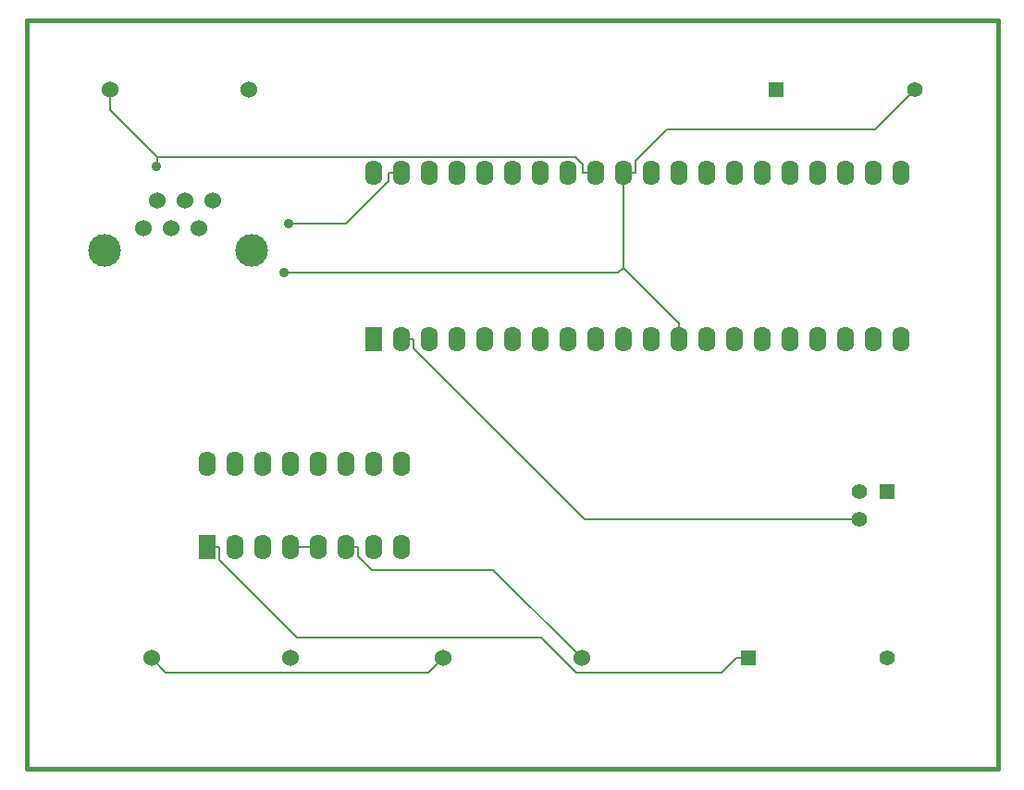
<source format=gtl>
G04 (created by PCBNEW-RS274X (20100228 RC5)-RC5) date 5/15/2012 2:27:03 PM*
G01*
G70*
G90*
%MOIN*%
G04 Gerber Fmt 3.4, Leading zero omitted, Abs format*
%FSLAX34Y34*%
G04 APERTURE LIST*
%ADD10C,0.006000*%
%ADD11C,0.015000*%
%ADD12R,0.055000X0.055000*%
%ADD13C,0.055000*%
%ADD14R,0.062000X0.090000*%
%ADD15O,0.062000X0.090000*%
%ADD16C,0.060000*%
%ADD17C,0.118100*%
%ADD18C,0.035000*%
%ADD19C,0.008000*%
G04 APERTURE END LIST*
G54D10*
G54D11*
X44000Y-52500D02*
X44000Y-25500D01*
X79000Y-52500D02*
X44000Y-52500D01*
X79000Y-25500D02*
X79000Y-52500D01*
X44000Y-25500D02*
X79000Y-25500D01*
G54D12*
X70000Y-48500D03*
G54D13*
X75000Y-48500D03*
G54D12*
X71000Y-28000D03*
G54D13*
X76000Y-28000D03*
G54D14*
X50500Y-44500D03*
G54D15*
X51500Y-44500D03*
X52500Y-44500D03*
X53500Y-44500D03*
X54500Y-44500D03*
X55500Y-44500D03*
X56500Y-44500D03*
X57500Y-44500D03*
X57500Y-41500D03*
X56500Y-41500D03*
X55500Y-41500D03*
X54500Y-41500D03*
X53500Y-41500D03*
X52500Y-41500D03*
X51500Y-41500D03*
X50500Y-41500D03*
G54D14*
X56500Y-37000D03*
G54D15*
X57500Y-37000D03*
X58500Y-37000D03*
X59500Y-37000D03*
X60500Y-37000D03*
X61500Y-37000D03*
X62500Y-37000D03*
X63500Y-37000D03*
X64500Y-37000D03*
X65500Y-37000D03*
X66500Y-37000D03*
X67500Y-37000D03*
X68500Y-37000D03*
X69500Y-37000D03*
X70500Y-37000D03*
X71500Y-37000D03*
X72500Y-37000D03*
X73500Y-37000D03*
X74500Y-37000D03*
X75500Y-37000D03*
X75500Y-31000D03*
X74500Y-31000D03*
X73500Y-31000D03*
X72500Y-31000D03*
X71500Y-31000D03*
X70500Y-31000D03*
X69500Y-31000D03*
X68500Y-31000D03*
X67500Y-31000D03*
X66500Y-31000D03*
X65500Y-31000D03*
X64500Y-31000D03*
X63500Y-31000D03*
X62500Y-31000D03*
X61500Y-31000D03*
X60500Y-31000D03*
X59500Y-31000D03*
X58500Y-31000D03*
X57500Y-31000D03*
X56500Y-31000D03*
G54D12*
X75000Y-42500D03*
G54D13*
X74000Y-43500D03*
X74000Y-42500D03*
G54D16*
X52000Y-28000D03*
X47000Y-28000D03*
X53500Y-48500D03*
X48500Y-48500D03*
X64000Y-48500D03*
X59000Y-48500D03*
X49700Y-32000D03*
X48700Y-32000D03*
X50700Y-32000D03*
X48200Y-33000D03*
X49200Y-33000D03*
X50200Y-33000D03*
G54D17*
X52100Y-33800D03*
X46800Y-33800D03*
G54D18*
X53264Y-34591D03*
X53438Y-32827D03*
X48693Y-30757D03*
G54D19*
X57953Y-37329D02*
X57953Y-37000D01*
X64124Y-43500D02*
X57953Y-37329D01*
X74000Y-43500D02*
X64124Y-43500D01*
X57500Y-37000D02*
X57953Y-37000D01*
X55500Y-44500D02*
X55953Y-44500D01*
X60809Y-45309D02*
X64000Y-48500D01*
X56433Y-45309D02*
X60809Y-45309D01*
X55953Y-44829D02*
X56433Y-45309D01*
X55953Y-44500D02*
X55953Y-44829D01*
X49022Y-49022D02*
X48500Y-48500D01*
X58478Y-49022D02*
X49022Y-49022D01*
X59000Y-48500D02*
X58478Y-49022D01*
X67500Y-37000D02*
X67500Y-36407D01*
X74585Y-29415D02*
X76000Y-28000D01*
X67085Y-29415D02*
X74585Y-29415D01*
X65953Y-30547D02*
X67085Y-29415D01*
X65953Y-31000D02*
X65953Y-30547D01*
X65500Y-31000D02*
X65953Y-31000D01*
X67500Y-36407D02*
X65500Y-34407D01*
X65500Y-34407D02*
X65500Y-31000D01*
X65316Y-34591D02*
X53264Y-34591D01*
X65500Y-34407D02*
X65316Y-34591D01*
X57500Y-31000D02*
X57047Y-31000D01*
X57047Y-31277D02*
X57047Y-31000D01*
X55497Y-32827D02*
X57047Y-31277D01*
X53438Y-32827D02*
X55497Y-32827D01*
X69060Y-49022D02*
X69582Y-48500D01*
X63829Y-49022D02*
X69060Y-49022D01*
X62561Y-47754D02*
X63829Y-49022D01*
X53754Y-47754D02*
X62561Y-47754D01*
X50953Y-44953D02*
X53754Y-47754D01*
X50953Y-44500D02*
X50953Y-44953D01*
X50500Y-44500D02*
X50953Y-44500D01*
X70000Y-48500D02*
X69582Y-48500D01*
X54500Y-44500D02*
X53500Y-44500D01*
X64500Y-31000D02*
X64047Y-31000D01*
X64047Y-30671D02*
X64047Y-31000D01*
X63781Y-30405D02*
X64047Y-30671D01*
X48700Y-30405D02*
X63781Y-30405D01*
X47000Y-28705D02*
X48700Y-30405D01*
X47000Y-28000D02*
X47000Y-28705D01*
X48700Y-30750D02*
X48700Y-30405D01*
X48693Y-30757D02*
X48700Y-30750D01*
M02*

</source>
